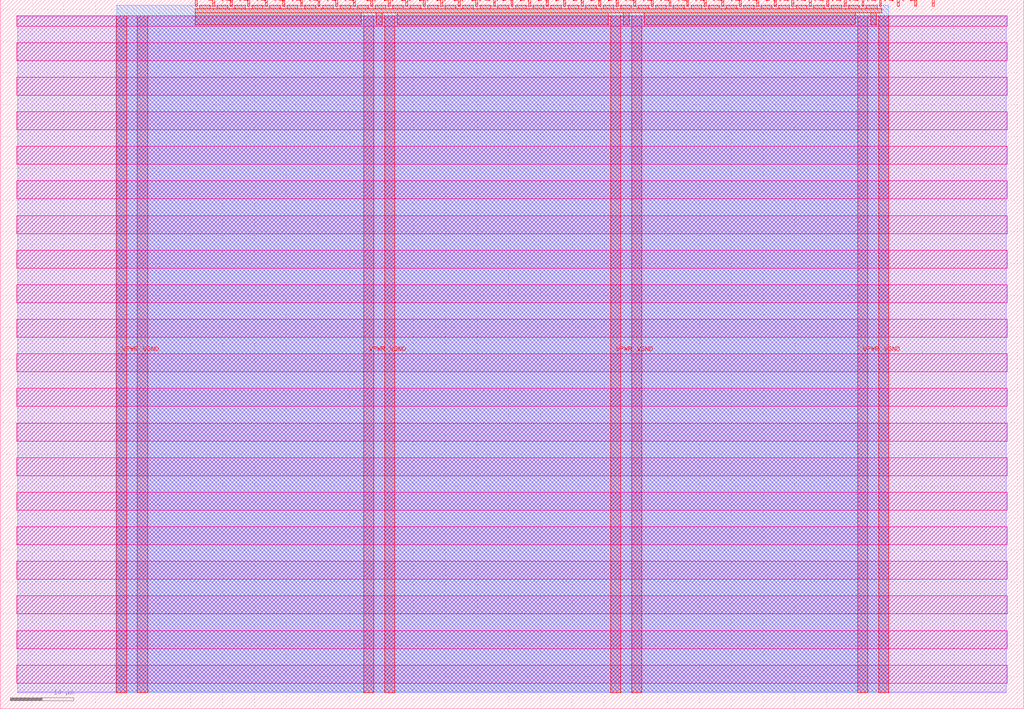
<source format=lef>
VERSION 5.7 ;
  NOWIREEXTENSIONATPIN ON ;
  DIVIDERCHAR "/" ;
  BUSBITCHARS "[]" ;
MACRO tt_um_wokwi_407760296956596225
  CLASS BLOCK ;
  FOREIGN tt_um_wokwi_407760296956596225 ;
  ORIGIN 0.000 0.000 ;
  SIZE 161.000 BY 111.520 ;
  PIN VGND
    DIRECTION INOUT ;
    USE GROUND ;
    PORT
      LAYER met4 ;
        RECT 21.580 2.480 23.180 109.040 ;
    END
    PORT
      LAYER met4 ;
        RECT 60.450 2.480 62.050 109.040 ;
    END
    PORT
      LAYER met4 ;
        RECT 99.320 2.480 100.920 109.040 ;
    END
    PORT
      LAYER met4 ;
        RECT 138.190 2.480 139.790 109.040 ;
    END
  END VGND
  PIN VPWR
    DIRECTION INOUT ;
    USE POWER ;
    PORT
      LAYER met4 ;
        RECT 18.280 2.480 19.880 109.040 ;
    END
    PORT
      LAYER met4 ;
        RECT 57.150 2.480 58.750 109.040 ;
    END
    PORT
      LAYER met4 ;
        RECT 96.020 2.480 97.620 109.040 ;
    END
    PORT
      LAYER met4 ;
        RECT 134.890 2.480 136.490 109.040 ;
    END
  END VPWR
  PIN clk
    DIRECTION INPUT ;
    USE SIGNAL ;
    PORT
      LAYER met4 ;
        RECT 143.830 110.520 144.130 111.520 ;
    END
  END clk
  PIN ena
    DIRECTION INPUT ;
    USE SIGNAL ;
    PORT
      LAYER met4 ;
        RECT 146.590 110.520 146.890 111.520 ;
    END
  END ena
  PIN rst_n
    DIRECTION INPUT ;
    USE SIGNAL ;
    PORT
      LAYER met4 ;
        RECT 141.070 110.520 141.370 111.520 ;
    END
  END rst_n
  PIN ui_in[0]
    DIRECTION INPUT ;
    USE SIGNAL ;
    ANTENNAGATEAREA 0.126000 ;
    PORT
      LAYER met4 ;
        RECT 138.310 110.520 138.610 111.520 ;
    END
  END ui_in[0]
  PIN ui_in[1]
    DIRECTION INPUT ;
    USE SIGNAL ;
    ANTENNAGATEAREA 0.196500 ;
    PORT
      LAYER met4 ;
        RECT 135.550 110.520 135.850 111.520 ;
    END
  END ui_in[1]
  PIN ui_in[2]
    DIRECTION INPUT ;
    USE SIGNAL ;
    ANTENNAGATEAREA 0.196500 ;
    PORT
      LAYER met4 ;
        RECT 132.790 110.520 133.090 111.520 ;
    END
  END ui_in[2]
  PIN ui_in[3]
    DIRECTION INPUT ;
    USE SIGNAL ;
    ANTENNAGATEAREA 0.196500 ;
    PORT
      LAYER met4 ;
        RECT 130.030 110.520 130.330 111.520 ;
    END
  END ui_in[3]
  PIN ui_in[4]
    DIRECTION INPUT ;
    USE SIGNAL ;
    ANTENNAGATEAREA 0.196500 ;
    PORT
      LAYER met4 ;
        RECT 127.270 110.520 127.570 111.520 ;
    END
  END ui_in[4]
  PIN ui_in[5]
    DIRECTION INPUT ;
    USE SIGNAL ;
    ANTENNAGATEAREA 0.196500 ;
    PORT
      LAYER met4 ;
        RECT 124.510 110.520 124.810 111.520 ;
    END
  END ui_in[5]
  PIN ui_in[6]
    DIRECTION INPUT ;
    USE SIGNAL ;
    ANTENNAGATEAREA 0.196500 ;
    PORT
      LAYER met4 ;
        RECT 121.750 110.520 122.050 111.520 ;
    END
  END ui_in[6]
  PIN ui_in[7]
    DIRECTION INPUT ;
    USE SIGNAL ;
    ANTENNAGATEAREA 0.196500 ;
    PORT
      LAYER met4 ;
        RECT 118.990 110.520 119.290 111.520 ;
    END
  END ui_in[7]
  PIN uio_in[0]
    DIRECTION INPUT ;
    USE SIGNAL ;
    PORT
      LAYER met4 ;
        RECT 116.230 110.520 116.530 111.520 ;
    END
  END uio_in[0]
  PIN uio_in[1]
    DIRECTION INPUT ;
    USE SIGNAL ;
    PORT
      LAYER met4 ;
        RECT 113.470 110.520 113.770 111.520 ;
    END
  END uio_in[1]
  PIN uio_in[2]
    DIRECTION INPUT ;
    USE SIGNAL ;
    PORT
      LAYER met4 ;
        RECT 110.710 110.520 111.010 111.520 ;
    END
  END uio_in[2]
  PIN uio_in[3]
    DIRECTION INPUT ;
    USE SIGNAL ;
    PORT
      LAYER met4 ;
        RECT 107.950 110.520 108.250 111.520 ;
    END
  END uio_in[3]
  PIN uio_in[4]
    DIRECTION INPUT ;
    USE SIGNAL ;
    PORT
      LAYER met4 ;
        RECT 105.190 110.520 105.490 111.520 ;
    END
  END uio_in[4]
  PIN uio_in[5]
    DIRECTION INPUT ;
    USE SIGNAL ;
    PORT
      LAYER met4 ;
        RECT 102.430 110.520 102.730 111.520 ;
    END
  END uio_in[5]
  PIN uio_in[6]
    DIRECTION INPUT ;
    USE SIGNAL ;
    PORT
      LAYER met4 ;
        RECT 99.670 110.520 99.970 111.520 ;
    END
  END uio_in[6]
  PIN uio_in[7]
    DIRECTION INPUT ;
    USE SIGNAL ;
    PORT
      LAYER met4 ;
        RECT 96.910 110.520 97.210 111.520 ;
    END
  END uio_in[7]
  PIN uio_oe[0]
    DIRECTION OUTPUT ;
    USE SIGNAL ;
    ANTENNADIFFAREA 0.445500 ;
    PORT
      LAYER met4 ;
        RECT 49.990 110.520 50.290 111.520 ;
    END
  END uio_oe[0]
  PIN uio_oe[1]
    DIRECTION OUTPUT ;
    USE SIGNAL ;
    ANTENNADIFFAREA 0.445500 ;
    PORT
      LAYER met4 ;
        RECT 47.230 110.520 47.530 111.520 ;
    END
  END uio_oe[1]
  PIN uio_oe[2]
    DIRECTION OUTPUT ;
    USE SIGNAL ;
    ANTENNADIFFAREA 0.445500 ;
    PORT
      LAYER met4 ;
        RECT 44.470 110.520 44.770 111.520 ;
    END
  END uio_oe[2]
  PIN uio_oe[3]
    DIRECTION OUTPUT ;
    USE SIGNAL ;
    ANTENNADIFFAREA 0.445500 ;
    PORT
      LAYER met4 ;
        RECT 41.710 110.520 42.010 111.520 ;
    END
  END uio_oe[3]
  PIN uio_oe[4]
    DIRECTION OUTPUT ;
    USE SIGNAL ;
    ANTENNADIFFAREA 0.445500 ;
    PORT
      LAYER met4 ;
        RECT 38.950 110.520 39.250 111.520 ;
    END
  END uio_oe[4]
  PIN uio_oe[5]
    DIRECTION OUTPUT ;
    USE SIGNAL ;
    ANTENNADIFFAREA 0.445500 ;
    PORT
      LAYER met4 ;
        RECT 36.190 110.520 36.490 111.520 ;
    END
  END uio_oe[5]
  PIN uio_oe[6]
    DIRECTION OUTPUT ;
    USE SIGNAL ;
    ANTENNADIFFAREA 0.445500 ;
    PORT
      LAYER met4 ;
        RECT 33.430 110.520 33.730 111.520 ;
    END
  END uio_oe[6]
  PIN uio_oe[7]
    DIRECTION OUTPUT ;
    USE SIGNAL ;
    ANTENNADIFFAREA 0.445500 ;
    PORT
      LAYER met4 ;
        RECT 30.670 110.520 30.970 111.520 ;
    END
  END uio_oe[7]
  PIN uio_out[0]
    DIRECTION OUTPUT ;
    USE SIGNAL ;
    ANTENNADIFFAREA 0.445500 ;
    PORT
      LAYER met4 ;
        RECT 72.070 110.520 72.370 111.520 ;
    END
  END uio_out[0]
  PIN uio_out[1]
    DIRECTION OUTPUT ;
    USE SIGNAL ;
    ANTENNADIFFAREA 0.445500 ;
    PORT
      LAYER met4 ;
        RECT 69.310 110.520 69.610 111.520 ;
    END
  END uio_out[1]
  PIN uio_out[2]
    DIRECTION OUTPUT ;
    USE SIGNAL ;
    ANTENNADIFFAREA 0.445500 ;
    PORT
      LAYER met4 ;
        RECT 66.550 110.520 66.850 111.520 ;
    END
  END uio_out[2]
  PIN uio_out[3]
    DIRECTION OUTPUT ;
    USE SIGNAL ;
    ANTENNADIFFAREA 0.445500 ;
    PORT
      LAYER met4 ;
        RECT 63.790 110.520 64.090 111.520 ;
    END
  END uio_out[3]
  PIN uio_out[4]
    DIRECTION OUTPUT ;
    USE SIGNAL ;
    ANTENNADIFFAREA 0.445500 ;
    PORT
      LAYER met4 ;
        RECT 61.030 110.520 61.330 111.520 ;
    END
  END uio_out[4]
  PIN uio_out[5]
    DIRECTION OUTPUT ;
    USE SIGNAL ;
    ANTENNADIFFAREA 0.445500 ;
    PORT
      LAYER met4 ;
        RECT 58.270 110.520 58.570 111.520 ;
    END
  END uio_out[5]
  PIN uio_out[6]
    DIRECTION OUTPUT ;
    USE SIGNAL ;
    ANTENNADIFFAREA 0.445500 ;
    PORT
      LAYER met4 ;
        RECT 55.510 110.520 55.810 111.520 ;
    END
  END uio_out[6]
  PIN uio_out[7]
    DIRECTION OUTPUT ;
    USE SIGNAL ;
    ANTENNADIFFAREA 0.445500 ;
    PORT
      LAYER met4 ;
        RECT 52.750 110.520 53.050 111.520 ;
    END
  END uio_out[7]
  PIN uo_out[0]
    DIRECTION OUTPUT ;
    USE SIGNAL ;
    ANTENNADIFFAREA 0.445500 ;
    PORT
      LAYER met4 ;
        RECT 94.150 110.520 94.450 111.520 ;
    END
  END uo_out[0]
  PIN uo_out[1]
    DIRECTION OUTPUT ;
    USE SIGNAL ;
    ANTENNADIFFAREA 0.445500 ;
    PORT
      LAYER met4 ;
        RECT 91.390 110.520 91.690 111.520 ;
    END
  END uo_out[1]
  PIN uo_out[2]
    DIRECTION OUTPUT ;
    USE SIGNAL ;
    ANTENNADIFFAREA 0.445500 ;
    PORT
      LAYER met4 ;
        RECT 88.630 110.520 88.930 111.520 ;
    END
  END uo_out[2]
  PIN uo_out[3]
    DIRECTION OUTPUT ;
    USE SIGNAL ;
    ANTENNADIFFAREA 0.445500 ;
    PORT
      LAYER met4 ;
        RECT 85.870 110.520 86.170 111.520 ;
    END
  END uo_out[3]
  PIN uo_out[4]
    DIRECTION OUTPUT ;
    USE SIGNAL ;
    ANTENNADIFFAREA 0.445500 ;
    PORT
      LAYER met4 ;
        RECT 83.110 110.520 83.410 111.520 ;
    END
  END uo_out[4]
  PIN uo_out[5]
    DIRECTION OUTPUT ;
    USE SIGNAL ;
    ANTENNADIFFAREA 0.445500 ;
    PORT
      LAYER met4 ;
        RECT 80.350 110.520 80.650 111.520 ;
    END
  END uo_out[5]
  PIN uo_out[6]
    DIRECTION OUTPUT ;
    USE SIGNAL ;
    ANTENNADIFFAREA 0.445500 ;
    PORT
      LAYER met4 ;
        RECT 77.590 110.520 77.890 111.520 ;
    END
  END uo_out[6]
  PIN uo_out[7]
    DIRECTION OUTPUT ;
    USE SIGNAL ;
    ANTENNADIFFAREA 0.445500 ;
    PORT
      LAYER met4 ;
        RECT 74.830 110.520 75.130 111.520 ;
    END
  END uo_out[7]
  OBS
      LAYER nwell ;
        RECT 2.570 107.385 158.430 108.990 ;
        RECT 2.570 101.945 158.430 104.775 ;
        RECT 2.570 96.505 158.430 99.335 ;
        RECT 2.570 91.065 158.430 93.895 ;
        RECT 2.570 85.625 158.430 88.455 ;
        RECT 2.570 80.185 158.430 83.015 ;
        RECT 2.570 74.745 158.430 77.575 ;
        RECT 2.570 69.305 158.430 72.135 ;
        RECT 2.570 63.865 158.430 66.695 ;
        RECT 2.570 58.425 158.430 61.255 ;
        RECT 2.570 52.985 158.430 55.815 ;
        RECT 2.570 47.545 158.430 50.375 ;
        RECT 2.570 42.105 158.430 44.935 ;
        RECT 2.570 36.665 158.430 39.495 ;
        RECT 2.570 31.225 158.430 34.055 ;
        RECT 2.570 25.785 158.430 28.615 ;
        RECT 2.570 20.345 158.430 23.175 ;
        RECT 2.570 14.905 158.430 17.735 ;
        RECT 2.570 9.465 158.430 12.295 ;
        RECT 2.570 4.025 158.430 6.855 ;
      LAYER li1 ;
        RECT 2.760 2.635 158.240 108.885 ;
      LAYER met1 ;
        RECT 2.760 2.480 158.240 109.040 ;
      LAYER met2 ;
        RECT 18.310 2.535 139.760 110.685 ;
      LAYER met3 ;
        RECT 18.290 2.555 139.780 110.665 ;
      LAYER met4 ;
        RECT 31.370 110.120 33.030 110.665 ;
        RECT 34.130 110.120 35.790 110.665 ;
        RECT 36.890 110.120 38.550 110.665 ;
        RECT 39.650 110.120 41.310 110.665 ;
        RECT 42.410 110.120 44.070 110.665 ;
        RECT 45.170 110.120 46.830 110.665 ;
        RECT 47.930 110.120 49.590 110.665 ;
        RECT 50.690 110.120 52.350 110.665 ;
        RECT 53.450 110.120 55.110 110.665 ;
        RECT 56.210 110.120 57.870 110.665 ;
        RECT 58.970 110.120 60.630 110.665 ;
        RECT 61.730 110.120 63.390 110.665 ;
        RECT 64.490 110.120 66.150 110.665 ;
        RECT 67.250 110.120 68.910 110.665 ;
        RECT 70.010 110.120 71.670 110.665 ;
        RECT 72.770 110.120 74.430 110.665 ;
        RECT 75.530 110.120 77.190 110.665 ;
        RECT 78.290 110.120 79.950 110.665 ;
        RECT 81.050 110.120 82.710 110.665 ;
        RECT 83.810 110.120 85.470 110.665 ;
        RECT 86.570 110.120 88.230 110.665 ;
        RECT 89.330 110.120 90.990 110.665 ;
        RECT 92.090 110.120 93.750 110.665 ;
        RECT 94.850 110.120 96.510 110.665 ;
        RECT 97.610 110.120 99.270 110.665 ;
        RECT 100.370 110.120 102.030 110.665 ;
        RECT 103.130 110.120 104.790 110.665 ;
        RECT 105.890 110.120 107.550 110.665 ;
        RECT 108.650 110.120 110.310 110.665 ;
        RECT 111.410 110.120 113.070 110.665 ;
        RECT 114.170 110.120 115.830 110.665 ;
        RECT 116.930 110.120 118.590 110.665 ;
        RECT 119.690 110.120 121.350 110.665 ;
        RECT 122.450 110.120 124.110 110.665 ;
        RECT 125.210 110.120 126.870 110.665 ;
        RECT 127.970 110.120 129.630 110.665 ;
        RECT 130.730 110.120 132.390 110.665 ;
        RECT 133.490 110.120 135.150 110.665 ;
        RECT 136.250 110.120 137.910 110.665 ;
        RECT 30.655 109.440 138.625 110.120 ;
        RECT 30.655 107.615 56.750 109.440 ;
        RECT 59.150 107.615 60.050 109.440 ;
        RECT 62.450 107.615 95.620 109.440 ;
        RECT 98.020 107.615 98.920 109.440 ;
        RECT 101.320 107.615 134.490 109.440 ;
        RECT 136.890 107.615 137.790 109.440 ;
  END
END tt_um_wokwi_407760296956596225
END LIBRARY


</source>
